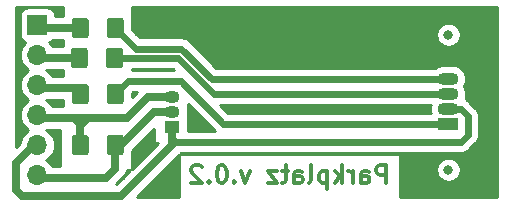
<source format=gbr>
G04 #@! TF.GenerationSoftware,KiCad,Pcbnew,(5.1.4)-1*
G04 #@! TF.CreationDate,2019-12-17T13:15:33+01:00*
G04 #@! TF.ProjectId,Parkplatz,5061726b-706c-4617-947a-2e6b69636164,rev?*
G04 #@! TF.SameCoordinates,Original*
G04 #@! TF.FileFunction,Copper,L2,Bot*
G04 #@! TF.FilePolarity,Positive*
%FSLAX46Y46*%
G04 Gerber Fmt 4.6, Leading zero omitted, Abs format (unit mm)*
G04 Created by KiCad (PCBNEW (5.1.4)-1) date 2019-12-17 13:15:33*
%MOMM*%
%LPD*%
G04 APERTURE LIST*
%ADD10C,0.300000*%
%ADD11R,1.800000X1.070000*%
%ADD12O,1.800000X1.070000*%
%ADD13C,0.100000*%
%ADD14C,1.425000*%
%ADD15R,1.700000X1.700000*%
%ADD16O,1.700000X1.700000*%
%ADD17O,1.300000X1.050000*%
%ADD18R,1.300000X1.050000*%
%ADD19C,0.800000*%
%ADD20C,0.600000*%
%ADD21C,0.700000*%
%ADD22C,0.254000*%
G04 APERTURE END LIST*
D10*
X176362285Y-105072571D02*
X176362285Y-103572571D01*
X175790857Y-103572571D01*
X175648000Y-103644000D01*
X175576571Y-103715428D01*
X175505142Y-103858285D01*
X175505142Y-104072571D01*
X175576571Y-104215428D01*
X175648000Y-104286857D01*
X175790857Y-104358285D01*
X176362285Y-104358285D01*
X174219428Y-105072571D02*
X174219428Y-104286857D01*
X174290857Y-104144000D01*
X174433714Y-104072571D01*
X174719428Y-104072571D01*
X174862285Y-104144000D01*
X174219428Y-105001142D02*
X174362285Y-105072571D01*
X174719428Y-105072571D01*
X174862285Y-105001142D01*
X174933714Y-104858285D01*
X174933714Y-104715428D01*
X174862285Y-104572571D01*
X174719428Y-104501142D01*
X174362285Y-104501142D01*
X174219428Y-104429714D01*
X173505142Y-105072571D02*
X173505142Y-104072571D01*
X173505142Y-104358285D02*
X173433714Y-104215428D01*
X173362285Y-104144000D01*
X173219428Y-104072571D01*
X173076571Y-104072571D01*
X172576571Y-105072571D02*
X172576571Y-103572571D01*
X172433714Y-104501142D02*
X172005142Y-105072571D01*
X172005142Y-104072571D02*
X172576571Y-104644000D01*
X171362285Y-104072571D02*
X171362285Y-105572571D01*
X171362285Y-104144000D02*
X171219428Y-104072571D01*
X170933714Y-104072571D01*
X170790857Y-104144000D01*
X170719428Y-104215428D01*
X170648000Y-104358285D01*
X170648000Y-104786857D01*
X170719428Y-104929714D01*
X170790857Y-105001142D01*
X170933714Y-105072571D01*
X171219428Y-105072571D01*
X171362285Y-105001142D01*
X169790857Y-105072571D02*
X169933714Y-105001142D01*
X170005142Y-104858285D01*
X170005142Y-103572571D01*
X168576571Y-105072571D02*
X168576571Y-104286857D01*
X168648000Y-104144000D01*
X168790857Y-104072571D01*
X169076571Y-104072571D01*
X169219428Y-104144000D01*
X168576571Y-105001142D02*
X168719428Y-105072571D01*
X169076571Y-105072571D01*
X169219428Y-105001142D01*
X169290857Y-104858285D01*
X169290857Y-104715428D01*
X169219428Y-104572571D01*
X169076571Y-104501142D01*
X168719428Y-104501142D01*
X168576571Y-104429714D01*
X168076571Y-104072571D02*
X167505142Y-104072571D01*
X167862285Y-103572571D02*
X167862285Y-104858285D01*
X167790857Y-105001142D01*
X167648000Y-105072571D01*
X167505142Y-105072571D01*
X167148000Y-104072571D02*
X166362285Y-104072571D01*
X167148000Y-105072571D01*
X166362285Y-105072571D01*
X164790857Y-104072571D02*
X164433714Y-105072571D01*
X164076571Y-104072571D01*
X163505142Y-104929714D02*
X163433714Y-105001142D01*
X163505142Y-105072571D01*
X163576571Y-105001142D01*
X163505142Y-104929714D01*
X163505142Y-105072571D01*
X162505142Y-103572571D02*
X162362285Y-103572571D01*
X162219428Y-103644000D01*
X162148000Y-103715428D01*
X162076571Y-103858285D01*
X162005142Y-104144000D01*
X162005142Y-104501142D01*
X162076571Y-104786857D01*
X162148000Y-104929714D01*
X162219428Y-105001142D01*
X162362285Y-105072571D01*
X162505142Y-105072571D01*
X162648000Y-105001142D01*
X162719428Y-104929714D01*
X162790857Y-104786857D01*
X162862285Y-104501142D01*
X162862285Y-104144000D01*
X162790857Y-103858285D01*
X162719428Y-103715428D01*
X162648000Y-103644000D01*
X162505142Y-103572571D01*
X161362285Y-104929714D02*
X161290857Y-105001142D01*
X161362285Y-105072571D01*
X161433714Y-105001142D01*
X161362285Y-104929714D01*
X161362285Y-105072571D01*
X160719428Y-103715428D02*
X160648000Y-103644000D01*
X160505142Y-103572571D01*
X160148000Y-103572571D01*
X160005142Y-103644000D01*
X159933714Y-103715428D01*
X159862285Y-103858285D01*
X159862285Y-104001142D01*
X159933714Y-104215428D01*
X160790857Y-105072571D01*
X159862285Y-105072571D01*
D11*
X181610000Y-100076000D03*
D12*
X181610000Y-98806000D03*
X181610000Y-97536000D03*
X181610000Y-96266000D03*
D13*
G36*
X150928004Y-91074204D02*
G01*
X150952273Y-91077804D01*
X150976071Y-91083765D01*
X150999171Y-91092030D01*
X151021349Y-91102520D01*
X151042393Y-91115133D01*
X151062098Y-91129747D01*
X151080277Y-91146223D01*
X151096753Y-91164402D01*
X151111367Y-91184107D01*
X151123980Y-91205151D01*
X151134470Y-91227329D01*
X151142735Y-91250429D01*
X151148696Y-91274227D01*
X151152296Y-91298496D01*
X151153500Y-91323000D01*
X151153500Y-92573000D01*
X151152296Y-92597504D01*
X151148696Y-92621773D01*
X151142735Y-92645571D01*
X151134470Y-92668671D01*
X151123980Y-92690849D01*
X151111367Y-92711893D01*
X151096753Y-92731598D01*
X151080277Y-92749777D01*
X151062098Y-92766253D01*
X151042393Y-92780867D01*
X151021349Y-92793480D01*
X150999171Y-92803970D01*
X150976071Y-92812235D01*
X150952273Y-92818196D01*
X150928004Y-92821796D01*
X150903500Y-92823000D01*
X149978500Y-92823000D01*
X149953996Y-92821796D01*
X149929727Y-92818196D01*
X149905929Y-92812235D01*
X149882829Y-92803970D01*
X149860651Y-92793480D01*
X149839607Y-92780867D01*
X149819902Y-92766253D01*
X149801723Y-92749777D01*
X149785247Y-92731598D01*
X149770633Y-92711893D01*
X149758020Y-92690849D01*
X149747530Y-92668671D01*
X149739265Y-92645571D01*
X149733304Y-92621773D01*
X149729704Y-92597504D01*
X149728500Y-92573000D01*
X149728500Y-91323000D01*
X149729704Y-91298496D01*
X149733304Y-91274227D01*
X149739265Y-91250429D01*
X149747530Y-91227329D01*
X149758020Y-91205151D01*
X149770633Y-91184107D01*
X149785247Y-91164402D01*
X149801723Y-91146223D01*
X149819902Y-91129747D01*
X149839607Y-91115133D01*
X149860651Y-91102520D01*
X149882829Y-91092030D01*
X149905929Y-91083765D01*
X149929727Y-91077804D01*
X149953996Y-91074204D01*
X149978500Y-91073000D01*
X150903500Y-91073000D01*
X150928004Y-91074204D01*
X150928004Y-91074204D01*
G37*
D14*
X150441000Y-91948000D03*
D13*
G36*
X153903004Y-91074204D02*
G01*
X153927273Y-91077804D01*
X153951071Y-91083765D01*
X153974171Y-91092030D01*
X153996349Y-91102520D01*
X154017393Y-91115133D01*
X154037098Y-91129747D01*
X154055277Y-91146223D01*
X154071753Y-91164402D01*
X154086367Y-91184107D01*
X154098980Y-91205151D01*
X154109470Y-91227329D01*
X154117735Y-91250429D01*
X154123696Y-91274227D01*
X154127296Y-91298496D01*
X154128500Y-91323000D01*
X154128500Y-92573000D01*
X154127296Y-92597504D01*
X154123696Y-92621773D01*
X154117735Y-92645571D01*
X154109470Y-92668671D01*
X154098980Y-92690849D01*
X154086367Y-92711893D01*
X154071753Y-92731598D01*
X154055277Y-92749777D01*
X154037098Y-92766253D01*
X154017393Y-92780867D01*
X153996349Y-92793480D01*
X153974171Y-92803970D01*
X153951071Y-92812235D01*
X153927273Y-92818196D01*
X153903004Y-92821796D01*
X153878500Y-92823000D01*
X152953500Y-92823000D01*
X152928996Y-92821796D01*
X152904727Y-92818196D01*
X152880929Y-92812235D01*
X152857829Y-92803970D01*
X152835651Y-92793480D01*
X152814607Y-92780867D01*
X152794902Y-92766253D01*
X152776723Y-92749777D01*
X152760247Y-92731598D01*
X152745633Y-92711893D01*
X152733020Y-92690849D01*
X152722530Y-92668671D01*
X152714265Y-92645571D01*
X152708304Y-92621773D01*
X152704704Y-92597504D01*
X152703500Y-92573000D01*
X152703500Y-91323000D01*
X152704704Y-91298496D01*
X152708304Y-91274227D01*
X152714265Y-91250429D01*
X152722530Y-91227329D01*
X152733020Y-91205151D01*
X152745633Y-91184107D01*
X152760247Y-91164402D01*
X152776723Y-91146223D01*
X152794902Y-91129747D01*
X152814607Y-91115133D01*
X152835651Y-91102520D01*
X152857829Y-91092030D01*
X152880929Y-91083765D01*
X152904727Y-91077804D01*
X152928996Y-91074204D01*
X152953500Y-91073000D01*
X153878500Y-91073000D01*
X153903004Y-91074204D01*
X153903004Y-91074204D01*
G37*
D14*
X153416000Y-91948000D03*
D13*
G36*
X153830004Y-93614204D02*
G01*
X153854273Y-93617804D01*
X153878071Y-93623765D01*
X153901171Y-93632030D01*
X153923349Y-93642520D01*
X153944393Y-93655133D01*
X153964098Y-93669747D01*
X153982277Y-93686223D01*
X153998753Y-93704402D01*
X154013367Y-93724107D01*
X154025980Y-93745151D01*
X154036470Y-93767329D01*
X154044735Y-93790429D01*
X154050696Y-93814227D01*
X154054296Y-93838496D01*
X154055500Y-93863000D01*
X154055500Y-95113000D01*
X154054296Y-95137504D01*
X154050696Y-95161773D01*
X154044735Y-95185571D01*
X154036470Y-95208671D01*
X154025980Y-95230849D01*
X154013367Y-95251893D01*
X153998753Y-95271598D01*
X153982277Y-95289777D01*
X153964098Y-95306253D01*
X153944393Y-95320867D01*
X153923349Y-95333480D01*
X153901171Y-95343970D01*
X153878071Y-95352235D01*
X153854273Y-95358196D01*
X153830004Y-95361796D01*
X153805500Y-95363000D01*
X152880500Y-95363000D01*
X152855996Y-95361796D01*
X152831727Y-95358196D01*
X152807929Y-95352235D01*
X152784829Y-95343970D01*
X152762651Y-95333480D01*
X152741607Y-95320867D01*
X152721902Y-95306253D01*
X152703723Y-95289777D01*
X152687247Y-95271598D01*
X152672633Y-95251893D01*
X152660020Y-95230849D01*
X152649530Y-95208671D01*
X152641265Y-95185571D01*
X152635304Y-95161773D01*
X152631704Y-95137504D01*
X152630500Y-95113000D01*
X152630500Y-93863000D01*
X152631704Y-93838496D01*
X152635304Y-93814227D01*
X152641265Y-93790429D01*
X152649530Y-93767329D01*
X152660020Y-93745151D01*
X152672633Y-93724107D01*
X152687247Y-93704402D01*
X152703723Y-93686223D01*
X152721902Y-93669747D01*
X152741607Y-93655133D01*
X152762651Y-93642520D01*
X152784829Y-93632030D01*
X152807929Y-93623765D01*
X152831727Y-93617804D01*
X152855996Y-93614204D01*
X152880500Y-93613000D01*
X153805500Y-93613000D01*
X153830004Y-93614204D01*
X153830004Y-93614204D01*
G37*
D14*
X153343000Y-94488000D03*
D13*
G36*
X150855004Y-93614204D02*
G01*
X150879273Y-93617804D01*
X150903071Y-93623765D01*
X150926171Y-93632030D01*
X150948349Y-93642520D01*
X150969393Y-93655133D01*
X150989098Y-93669747D01*
X151007277Y-93686223D01*
X151023753Y-93704402D01*
X151038367Y-93724107D01*
X151050980Y-93745151D01*
X151061470Y-93767329D01*
X151069735Y-93790429D01*
X151075696Y-93814227D01*
X151079296Y-93838496D01*
X151080500Y-93863000D01*
X151080500Y-95113000D01*
X151079296Y-95137504D01*
X151075696Y-95161773D01*
X151069735Y-95185571D01*
X151061470Y-95208671D01*
X151050980Y-95230849D01*
X151038367Y-95251893D01*
X151023753Y-95271598D01*
X151007277Y-95289777D01*
X150989098Y-95306253D01*
X150969393Y-95320867D01*
X150948349Y-95333480D01*
X150926171Y-95343970D01*
X150903071Y-95352235D01*
X150879273Y-95358196D01*
X150855004Y-95361796D01*
X150830500Y-95363000D01*
X149905500Y-95363000D01*
X149880996Y-95361796D01*
X149856727Y-95358196D01*
X149832929Y-95352235D01*
X149809829Y-95343970D01*
X149787651Y-95333480D01*
X149766607Y-95320867D01*
X149746902Y-95306253D01*
X149728723Y-95289777D01*
X149712247Y-95271598D01*
X149697633Y-95251893D01*
X149685020Y-95230849D01*
X149674530Y-95208671D01*
X149666265Y-95185571D01*
X149660304Y-95161773D01*
X149656704Y-95137504D01*
X149655500Y-95113000D01*
X149655500Y-93863000D01*
X149656704Y-93838496D01*
X149660304Y-93814227D01*
X149666265Y-93790429D01*
X149674530Y-93767329D01*
X149685020Y-93745151D01*
X149697633Y-93724107D01*
X149712247Y-93704402D01*
X149728723Y-93686223D01*
X149746902Y-93669747D01*
X149766607Y-93655133D01*
X149787651Y-93642520D01*
X149809829Y-93632030D01*
X149832929Y-93623765D01*
X149856727Y-93617804D01*
X149880996Y-93614204D01*
X149905500Y-93613000D01*
X150830500Y-93613000D01*
X150855004Y-93614204D01*
X150855004Y-93614204D01*
G37*
D14*
X150368000Y-94488000D03*
D13*
G36*
X150928004Y-96662204D02*
G01*
X150952273Y-96665804D01*
X150976071Y-96671765D01*
X150999171Y-96680030D01*
X151021349Y-96690520D01*
X151042393Y-96703133D01*
X151062098Y-96717747D01*
X151080277Y-96734223D01*
X151096753Y-96752402D01*
X151111367Y-96772107D01*
X151123980Y-96793151D01*
X151134470Y-96815329D01*
X151142735Y-96838429D01*
X151148696Y-96862227D01*
X151152296Y-96886496D01*
X151153500Y-96911000D01*
X151153500Y-98161000D01*
X151152296Y-98185504D01*
X151148696Y-98209773D01*
X151142735Y-98233571D01*
X151134470Y-98256671D01*
X151123980Y-98278849D01*
X151111367Y-98299893D01*
X151096753Y-98319598D01*
X151080277Y-98337777D01*
X151062098Y-98354253D01*
X151042393Y-98368867D01*
X151021349Y-98381480D01*
X150999171Y-98391970D01*
X150976071Y-98400235D01*
X150952273Y-98406196D01*
X150928004Y-98409796D01*
X150903500Y-98411000D01*
X149978500Y-98411000D01*
X149953996Y-98409796D01*
X149929727Y-98406196D01*
X149905929Y-98400235D01*
X149882829Y-98391970D01*
X149860651Y-98381480D01*
X149839607Y-98368867D01*
X149819902Y-98354253D01*
X149801723Y-98337777D01*
X149785247Y-98319598D01*
X149770633Y-98299893D01*
X149758020Y-98278849D01*
X149747530Y-98256671D01*
X149739265Y-98233571D01*
X149733304Y-98209773D01*
X149729704Y-98185504D01*
X149728500Y-98161000D01*
X149728500Y-96911000D01*
X149729704Y-96886496D01*
X149733304Y-96862227D01*
X149739265Y-96838429D01*
X149747530Y-96815329D01*
X149758020Y-96793151D01*
X149770633Y-96772107D01*
X149785247Y-96752402D01*
X149801723Y-96734223D01*
X149819902Y-96717747D01*
X149839607Y-96703133D01*
X149860651Y-96690520D01*
X149882829Y-96680030D01*
X149905929Y-96671765D01*
X149929727Y-96665804D01*
X149953996Y-96662204D01*
X149978500Y-96661000D01*
X150903500Y-96661000D01*
X150928004Y-96662204D01*
X150928004Y-96662204D01*
G37*
D14*
X150441000Y-97536000D03*
D13*
G36*
X153903004Y-96662204D02*
G01*
X153927273Y-96665804D01*
X153951071Y-96671765D01*
X153974171Y-96680030D01*
X153996349Y-96690520D01*
X154017393Y-96703133D01*
X154037098Y-96717747D01*
X154055277Y-96734223D01*
X154071753Y-96752402D01*
X154086367Y-96772107D01*
X154098980Y-96793151D01*
X154109470Y-96815329D01*
X154117735Y-96838429D01*
X154123696Y-96862227D01*
X154127296Y-96886496D01*
X154128500Y-96911000D01*
X154128500Y-98161000D01*
X154127296Y-98185504D01*
X154123696Y-98209773D01*
X154117735Y-98233571D01*
X154109470Y-98256671D01*
X154098980Y-98278849D01*
X154086367Y-98299893D01*
X154071753Y-98319598D01*
X154055277Y-98337777D01*
X154037098Y-98354253D01*
X154017393Y-98368867D01*
X153996349Y-98381480D01*
X153974171Y-98391970D01*
X153951071Y-98400235D01*
X153927273Y-98406196D01*
X153903004Y-98409796D01*
X153878500Y-98411000D01*
X152953500Y-98411000D01*
X152928996Y-98409796D01*
X152904727Y-98406196D01*
X152880929Y-98400235D01*
X152857829Y-98391970D01*
X152835651Y-98381480D01*
X152814607Y-98368867D01*
X152794902Y-98354253D01*
X152776723Y-98337777D01*
X152760247Y-98319598D01*
X152745633Y-98299893D01*
X152733020Y-98278849D01*
X152722530Y-98256671D01*
X152714265Y-98233571D01*
X152708304Y-98209773D01*
X152704704Y-98185504D01*
X152703500Y-98161000D01*
X152703500Y-96911000D01*
X152704704Y-96886496D01*
X152708304Y-96862227D01*
X152714265Y-96838429D01*
X152722530Y-96815329D01*
X152733020Y-96793151D01*
X152745633Y-96772107D01*
X152760247Y-96752402D01*
X152776723Y-96734223D01*
X152794902Y-96717747D01*
X152814607Y-96703133D01*
X152835651Y-96690520D01*
X152857829Y-96680030D01*
X152880929Y-96671765D01*
X152904727Y-96665804D01*
X152928996Y-96662204D01*
X152953500Y-96661000D01*
X153878500Y-96661000D01*
X153903004Y-96662204D01*
X153903004Y-96662204D01*
G37*
D14*
X153416000Y-97536000D03*
D13*
G36*
X150928004Y-100980204D02*
G01*
X150952273Y-100983804D01*
X150976071Y-100989765D01*
X150999171Y-100998030D01*
X151021349Y-101008520D01*
X151042393Y-101021133D01*
X151062098Y-101035747D01*
X151080277Y-101052223D01*
X151096753Y-101070402D01*
X151111367Y-101090107D01*
X151123980Y-101111151D01*
X151134470Y-101133329D01*
X151142735Y-101156429D01*
X151148696Y-101180227D01*
X151152296Y-101204496D01*
X151153500Y-101229000D01*
X151153500Y-102479000D01*
X151152296Y-102503504D01*
X151148696Y-102527773D01*
X151142735Y-102551571D01*
X151134470Y-102574671D01*
X151123980Y-102596849D01*
X151111367Y-102617893D01*
X151096753Y-102637598D01*
X151080277Y-102655777D01*
X151062098Y-102672253D01*
X151042393Y-102686867D01*
X151021349Y-102699480D01*
X150999171Y-102709970D01*
X150976071Y-102718235D01*
X150952273Y-102724196D01*
X150928004Y-102727796D01*
X150903500Y-102729000D01*
X149978500Y-102729000D01*
X149953996Y-102727796D01*
X149929727Y-102724196D01*
X149905929Y-102718235D01*
X149882829Y-102709970D01*
X149860651Y-102699480D01*
X149839607Y-102686867D01*
X149819902Y-102672253D01*
X149801723Y-102655777D01*
X149785247Y-102637598D01*
X149770633Y-102617893D01*
X149758020Y-102596849D01*
X149747530Y-102574671D01*
X149739265Y-102551571D01*
X149733304Y-102527773D01*
X149729704Y-102503504D01*
X149728500Y-102479000D01*
X149728500Y-101229000D01*
X149729704Y-101204496D01*
X149733304Y-101180227D01*
X149739265Y-101156429D01*
X149747530Y-101133329D01*
X149758020Y-101111151D01*
X149770633Y-101090107D01*
X149785247Y-101070402D01*
X149801723Y-101052223D01*
X149819902Y-101035747D01*
X149839607Y-101021133D01*
X149860651Y-101008520D01*
X149882829Y-100998030D01*
X149905929Y-100989765D01*
X149929727Y-100983804D01*
X149953996Y-100980204D01*
X149978500Y-100979000D01*
X150903500Y-100979000D01*
X150928004Y-100980204D01*
X150928004Y-100980204D01*
G37*
D14*
X150441000Y-101854000D03*
D13*
G36*
X153903004Y-100980204D02*
G01*
X153927273Y-100983804D01*
X153951071Y-100989765D01*
X153974171Y-100998030D01*
X153996349Y-101008520D01*
X154017393Y-101021133D01*
X154037098Y-101035747D01*
X154055277Y-101052223D01*
X154071753Y-101070402D01*
X154086367Y-101090107D01*
X154098980Y-101111151D01*
X154109470Y-101133329D01*
X154117735Y-101156429D01*
X154123696Y-101180227D01*
X154127296Y-101204496D01*
X154128500Y-101229000D01*
X154128500Y-102479000D01*
X154127296Y-102503504D01*
X154123696Y-102527773D01*
X154117735Y-102551571D01*
X154109470Y-102574671D01*
X154098980Y-102596849D01*
X154086367Y-102617893D01*
X154071753Y-102637598D01*
X154055277Y-102655777D01*
X154037098Y-102672253D01*
X154017393Y-102686867D01*
X153996349Y-102699480D01*
X153974171Y-102709970D01*
X153951071Y-102718235D01*
X153927273Y-102724196D01*
X153903004Y-102727796D01*
X153878500Y-102729000D01*
X152953500Y-102729000D01*
X152928996Y-102727796D01*
X152904727Y-102724196D01*
X152880929Y-102718235D01*
X152857829Y-102709970D01*
X152835651Y-102699480D01*
X152814607Y-102686867D01*
X152794902Y-102672253D01*
X152776723Y-102655777D01*
X152760247Y-102637598D01*
X152745633Y-102617893D01*
X152733020Y-102596849D01*
X152722530Y-102574671D01*
X152714265Y-102551571D01*
X152708304Y-102527773D01*
X152704704Y-102503504D01*
X152703500Y-102479000D01*
X152703500Y-101229000D01*
X152704704Y-101204496D01*
X152708304Y-101180227D01*
X152714265Y-101156429D01*
X152722530Y-101133329D01*
X152733020Y-101111151D01*
X152745633Y-101090107D01*
X152760247Y-101070402D01*
X152776723Y-101052223D01*
X152794902Y-101035747D01*
X152814607Y-101021133D01*
X152835651Y-101008520D01*
X152857829Y-100998030D01*
X152880929Y-100989765D01*
X152904727Y-100983804D01*
X152928996Y-100980204D01*
X152953500Y-100979000D01*
X153878500Y-100979000D01*
X153903004Y-100980204D01*
X153903004Y-100980204D01*
G37*
D14*
X153416000Y-101854000D03*
D15*
X146812000Y-91694000D03*
D16*
X146812000Y-94234000D03*
X146812000Y-96774000D03*
X146812000Y-99314000D03*
X146812000Y-101854000D03*
X146812000Y-104394000D03*
D17*
X158242000Y-99060000D03*
X158242000Y-97790000D03*
D18*
X158242000Y-100330000D03*
D19*
X181610000Y-92519500D03*
X181610000Y-103949500D03*
D20*
X181610000Y-100076000D02*
X162560000Y-100076000D01*
X162560000Y-100076000D02*
X158940500Y-96456500D01*
X154495500Y-96456500D02*
X153416000Y-97536000D01*
X158940500Y-96456500D02*
X154495500Y-96456500D01*
D21*
X146812000Y-102108000D02*
X146304000Y-102108000D01*
X146304000Y-102108000D02*
X145034000Y-103378000D01*
X145034000Y-103378000D02*
X145034000Y-105664000D01*
X145034000Y-105664000D02*
X145542000Y-106172000D01*
X145542000Y-106172000D02*
X153924000Y-106172000D01*
X153924000Y-106172000D02*
X158242000Y-101854000D01*
X158242000Y-101854000D02*
X158242000Y-101282500D01*
X158242000Y-101282500D02*
X158242000Y-100330000D01*
D20*
X181610000Y-98806000D02*
X182675002Y-98806000D01*
X182675002Y-98806000D02*
X183261000Y-99391998D01*
X183261000Y-99391998D02*
X183261000Y-101028500D01*
X183261000Y-101028500D02*
X182689500Y-101600000D01*
X158496000Y-101600000D02*
X158242000Y-101854000D01*
X182689500Y-101600000D02*
X158496000Y-101600000D01*
X158496000Y-101536500D02*
X158242000Y-101282500D01*
X158496000Y-101600000D02*
X158496000Y-101536500D01*
X158686500Y-94488000D02*
X153343000Y-94488000D01*
X181610000Y-97536000D02*
X161734500Y-97536000D01*
X161734500Y-97536000D02*
X158686500Y-94488000D01*
X153416000Y-91948000D02*
X155155990Y-93687990D01*
X161595884Y-96266000D02*
X181610000Y-96266000D01*
X155155990Y-93687990D02*
X159017874Y-93687990D01*
X159017874Y-93687990D02*
X161595884Y-96266000D01*
D21*
X149933000Y-91948000D02*
X150441000Y-91440000D01*
X146812000Y-91948000D02*
X149933000Y-91948000D01*
X146812000Y-94488000D02*
X150368000Y-94488000D01*
X149933000Y-97028000D02*
X150441000Y-97536000D01*
X146812000Y-97028000D02*
X149933000Y-97028000D01*
X146812000Y-99568000D02*
X149352000Y-99568000D01*
X156210000Y-97790000D02*
X158242000Y-97790000D01*
X154432000Y-99568000D02*
X156210000Y-97790000D01*
X150441000Y-99641000D02*
X150368000Y-99568000D01*
X149352000Y-99568000D02*
X150368000Y-99568000D01*
X149933000Y-99568000D02*
X150441000Y-100076000D01*
X149352000Y-99568000D02*
X149933000Y-99568000D01*
X150441000Y-101854000D02*
X150441000Y-100076000D01*
X150441000Y-100076000D02*
X150441000Y-99641000D01*
X151384000Y-99568000D02*
X154432000Y-99568000D01*
X150622000Y-100076000D02*
X151130000Y-99568000D01*
X150441000Y-100076000D02*
X150622000Y-100076000D01*
X150368000Y-99568000D02*
X151130000Y-99568000D01*
X151130000Y-99568000D02*
X151384000Y-99568000D01*
X153416000Y-101854000D02*
X153924000Y-101854000D01*
X156718000Y-99060000D02*
X158242000Y-99060000D01*
X153924000Y-101854000D02*
X156718000Y-99060000D01*
X152654000Y-104648000D02*
X153416000Y-103886000D01*
X153416000Y-103886000D02*
X153416000Y-101854000D01*
X146812000Y-104648000D02*
X152654000Y-104648000D01*
D22*
G36*
X158791572Y-106224000D02*
G01*
X155265000Y-106224000D01*
X158791572Y-102697428D01*
X158791572Y-106224000D01*
X158791572Y-106224000D01*
G37*
X158791572Y-106224000D02*
X155265000Y-106224000D01*
X158791572Y-102697428D01*
X158791572Y-106224000D01*
G36*
X185726000Y-106224000D02*
G01*
X177504429Y-106224000D01*
X177504429Y-103847561D01*
X180575000Y-103847561D01*
X180575000Y-104051439D01*
X180614774Y-104251398D01*
X180692795Y-104439756D01*
X180806063Y-104609274D01*
X180950226Y-104753437D01*
X181119744Y-104866705D01*
X181308102Y-104944726D01*
X181508061Y-104984500D01*
X181711939Y-104984500D01*
X181911898Y-104944726D01*
X182100256Y-104866705D01*
X182269774Y-104753437D01*
X182413937Y-104609274D01*
X182527205Y-104439756D01*
X182605226Y-104251398D01*
X182645000Y-104051439D01*
X182645000Y-103847561D01*
X182605226Y-103647602D01*
X182527205Y-103459244D01*
X182413937Y-103289726D01*
X182269774Y-103145563D01*
X182100256Y-103032295D01*
X181911898Y-102954274D01*
X181711939Y-102914500D01*
X181508061Y-102914500D01*
X181308102Y-102954274D01*
X181119744Y-103032295D01*
X180950226Y-103145563D01*
X180806063Y-103289726D01*
X180692795Y-103459244D01*
X180614774Y-103647602D01*
X180575000Y-103847561D01*
X177504429Y-103847561D01*
X177504429Y-102604000D01*
X158885000Y-102604000D01*
X158904284Y-102584716D01*
X158941870Y-102553870D01*
X158957356Y-102535000D01*
X182643568Y-102535000D01*
X182689500Y-102539524D01*
X182735432Y-102535000D01*
X182872792Y-102521471D01*
X183049040Y-102468007D01*
X183211472Y-102381186D01*
X183353844Y-102264344D01*
X183383130Y-102228659D01*
X183889659Y-101722130D01*
X183925344Y-101692844D01*
X184042186Y-101550472D01*
X184129007Y-101388040D01*
X184182471Y-101211792D01*
X184193560Y-101099209D01*
X184200524Y-101028501D01*
X184196000Y-100982569D01*
X184196000Y-99437929D01*
X184200524Y-99391997D01*
X184182471Y-99208705D01*
X184146801Y-99091117D01*
X184129007Y-99032458D01*
X184042186Y-98870026D01*
X183925344Y-98727654D01*
X183889660Y-98698369D01*
X183368632Y-98177341D01*
X183339346Y-98141656D01*
X183196974Y-98024814D01*
X183069960Y-97956924D01*
X183128071Y-97765360D01*
X183150661Y-97536000D01*
X183128071Y-97306640D01*
X183061169Y-97086094D01*
X182962234Y-96901000D01*
X183061169Y-96715906D01*
X183128071Y-96495360D01*
X183150661Y-96266000D01*
X183128071Y-96036640D01*
X183061169Y-95816094D01*
X182952526Y-95612838D01*
X182806318Y-95434682D01*
X182628162Y-95288474D01*
X182424906Y-95179831D01*
X182204360Y-95112929D01*
X182032477Y-95096000D01*
X181187523Y-95096000D01*
X181015640Y-95112929D01*
X180795094Y-95179831D01*
X180591838Y-95288474D01*
X180540020Y-95331000D01*
X161983173Y-95331000D01*
X159711504Y-93059331D01*
X159682218Y-93023646D01*
X159539846Y-92906804D01*
X159377414Y-92819983D01*
X159201166Y-92766519D01*
X159063806Y-92752990D01*
X159017874Y-92748466D01*
X158971942Y-92752990D01*
X155543280Y-92752990D01*
X155207851Y-92417561D01*
X180575000Y-92417561D01*
X180575000Y-92621439D01*
X180614774Y-92821398D01*
X180692795Y-93009756D01*
X180806063Y-93179274D01*
X180950226Y-93323437D01*
X181119744Y-93436705D01*
X181308102Y-93514726D01*
X181508061Y-93554500D01*
X181711939Y-93554500D01*
X181911898Y-93514726D01*
X182100256Y-93436705D01*
X182269774Y-93323437D01*
X182413937Y-93179274D01*
X182527205Y-93009756D01*
X182605226Y-92821398D01*
X182645000Y-92621439D01*
X182645000Y-92417561D01*
X182605226Y-92217602D01*
X182527205Y-92029244D01*
X182413937Y-91859726D01*
X182269774Y-91715563D01*
X182100256Y-91602295D01*
X181911898Y-91524274D01*
X181711939Y-91484500D01*
X181508061Y-91484500D01*
X181308102Y-91524274D01*
X181119744Y-91602295D01*
X180950226Y-91715563D01*
X180806063Y-91859726D01*
X180692795Y-92029244D01*
X180614774Y-92217602D01*
X180575000Y-92417561D01*
X155207851Y-92417561D01*
X154813000Y-92022711D01*
X154813000Y-90143000D01*
X185726001Y-90143000D01*
X185726000Y-106224000D01*
X185726000Y-106224000D01*
G37*
X185726000Y-106224000D02*
X177504429Y-106224000D01*
X177504429Y-103847561D01*
X180575000Y-103847561D01*
X180575000Y-104051439D01*
X180614774Y-104251398D01*
X180692795Y-104439756D01*
X180806063Y-104609274D01*
X180950226Y-104753437D01*
X181119744Y-104866705D01*
X181308102Y-104944726D01*
X181508061Y-104984500D01*
X181711939Y-104984500D01*
X181911898Y-104944726D01*
X182100256Y-104866705D01*
X182269774Y-104753437D01*
X182413937Y-104609274D01*
X182527205Y-104439756D01*
X182605226Y-104251398D01*
X182645000Y-104051439D01*
X182645000Y-103847561D01*
X182605226Y-103647602D01*
X182527205Y-103459244D01*
X182413937Y-103289726D01*
X182269774Y-103145563D01*
X182100256Y-103032295D01*
X181911898Y-102954274D01*
X181711939Y-102914500D01*
X181508061Y-102914500D01*
X181308102Y-102954274D01*
X181119744Y-103032295D01*
X180950226Y-103145563D01*
X180806063Y-103289726D01*
X180692795Y-103459244D01*
X180614774Y-103647602D01*
X180575000Y-103847561D01*
X177504429Y-103847561D01*
X177504429Y-102604000D01*
X158885000Y-102604000D01*
X158904284Y-102584716D01*
X158941870Y-102553870D01*
X158957356Y-102535000D01*
X182643568Y-102535000D01*
X182689500Y-102539524D01*
X182735432Y-102535000D01*
X182872792Y-102521471D01*
X183049040Y-102468007D01*
X183211472Y-102381186D01*
X183353844Y-102264344D01*
X183383130Y-102228659D01*
X183889659Y-101722130D01*
X183925344Y-101692844D01*
X184042186Y-101550472D01*
X184129007Y-101388040D01*
X184182471Y-101211792D01*
X184193560Y-101099209D01*
X184200524Y-101028501D01*
X184196000Y-100982569D01*
X184196000Y-99437929D01*
X184200524Y-99391997D01*
X184182471Y-99208705D01*
X184146801Y-99091117D01*
X184129007Y-99032458D01*
X184042186Y-98870026D01*
X183925344Y-98727654D01*
X183889660Y-98698369D01*
X183368632Y-98177341D01*
X183339346Y-98141656D01*
X183196974Y-98024814D01*
X183069960Y-97956924D01*
X183128071Y-97765360D01*
X183150661Y-97536000D01*
X183128071Y-97306640D01*
X183061169Y-97086094D01*
X182962234Y-96901000D01*
X183061169Y-96715906D01*
X183128071Y-96495360D01*
X183150661Y-96266000D01*
X183128071Y-96036640D01*
X183061169Y-95816094D01*
X182952526Y-95612838D01*
X182806318Y-95434682D01*
X182628162Y-95288474D01*
X182424906Y-95179831D01*
X182204360Y-95112929D01*
X182032477Y-95096000D01*
X181187523Y-95096000D01*
X181015640Y-95112929D01*
X180795094Y-95179831D01*
X180591838Y-95288474D01*
X180540020Y-95331000D01*
X161983173Y-95331000D01*
X159711504Y-93059331D01*
X159682218Y-93023646D01*
X159539846Y-92906804D01*
X159377414Y-92819983D01*
X159201166Y-92766519D01*
X159063806Y-92752990D01*
X159017874Y-92748466D01*
X158971942Y-92752990D01*
X155543280Y-92752990D01*
X155207851Y-92417561D01*
X180575000Y-92417561D01*
X180575000Y-92621439D01*
X180614774Y-92821398D01*
X180692795Y-93009756D01*
X180806063Y-93179274D01*
X180950226Y-93323437D01*
X181119744Y-93436705D01*
X181308102Y-93514726D01*
X181508061Y-93554500D01*
X181711939Y-93554500D01*
X181911898Y-93514726D01*
X182100256Y-93436705D01*
X182269774Y-93323437D01*
X182413937Y-93179274D01*
X182527205Y-93009756D01*
X182605226Y-92821398D01*
X182645000Y-92621439D01*
X182645000Y-92417561D01*
X182605226Y-92217602D01*
X182527205Y-92029244D01*
X182413937Y-91859726D01*
X182269774Y-91715563D01*
X182100256Y-91602295D01*
X181911898Y-91524274D01*
X181711939Y-91484500D01*
X181508061Y-91484500D01*
X181308102Y-91524274D01*
X181119744Y-91602295D01*
X180950226Y-91715563D01*
X180806063Y-91859726D01*
X180692795Y-92029244D01*
X180614774Y-92217602D01*
X180575000Y-92417561D01*
X155207851Y-92417561D01*
X154813000Y-92022711D01*
X154813000Y-90143000D01*
X185726001Y-90143000D01*
X185726000Y-106224000D01*
G36*
X153516000Y-105187000D02*
G01*
X153508000Y-105187000D01*
X154078289Y-104616712D01*
X154115870Y-104585870D01*
X154238960Y-104435884D01*
X154330424Y-104264767D01*
X154386747Y-104079094D01*
X154393257Y-104013000D01*
X154686000Y-104013000D01*
X154690437Y-104012563D01*
X153516000Y-105187000D01*
X153516000Y-105187000D01*
G37*
X153516000Y-105187000D02*
X153508000Y-105187000D01*
X154078289Y-104616712D01*
X154115870Y-104585870D01*
X154238960Y-104435884D01*
X154330424Y-104264767D01*
X154386747Y-104079094D01*
X154393257Y-104013000D01*
X154686000Y-104013000D01*
X154690437Y-104012563D01*
X153516000Y-105187000D01*
G36*
X156654510Y-101534893D02*
G01*
X156656940Y-101561276D01*
X156664167Y-101585101D01*
X156675903Y-101607057D01*
X156691697Y-101626303D01*
X156710943Y-101642097D01*
X156732899Y-101653833D01*
X156756724Y-101661060D01*
X156781500Y-101663500D01*
X157039500Y-101663500D01*
X154812563Y-103890437D01*
X154813000Y-103886000D01*
X154813000Y-102358000D01*
X156667566Y-100503434D01*
X156654510Y-101534893D01*
X156654510Y-101534893D01*
G37*
X156654510Y-101534893D02*
X156656940Y-101561276D01*
X156664167Y-101585101D01*
X156675903Y-101607057D01*
X156691697Y-101626303D01*
X156710943Y-101642097D01*
X156732899Y-101653833D01*
X156756724Y-101661060D01*
X156781500Y-101663500D01*
X157039500Y-101663500D01*
X154812563Y-103890437D01*
X154813000Y-103886000D01*
X154813000Y-102358000D01*
X156667566Y-100503434D01*
X156654510Y-101534893D01*
G36*
X148717000Y-103663000D02*
G01*
X148105096Y-103663000D01*
X148052706Y-103564986D01*
X147867134Y-103338866D01*
X147641014Y-103153294D01*
X147586209Y-103124000D01*
X147641014Y-103094706D01*
X147867134Y-102909134D01*
X148052706Y-102683014D01*
X148190599Y-102425034D01*
X148275513Y-102145111D01*
X148304185Y-101854000D01*
X148275513Y-101562889D01*
X148190599Y-101282966D01*
X148052706Y-101024986D01*
X147867134Y-100798866D01*
X147641014Y-100613294D01*
X147586209Y-100584000D01*
X147641014Y-100554706D01*
X147643093Y-100553000D01*
X148717000Y-100553000D01*
X148717000Y-103663000D01*
X148717000Y-103663000D01*
G37*
X148717000Y-103663000D02*
X148105096Y-103663000D01*
X148052706Y-103564986D01*
X147867134Y-103338866D01*
X147641014Y-103153294D01*
X147586209Y-103124000D01*
X147641014Y-103094706D01*
X147867134Y-102909134D01*
X148052706Y-102683014D01*
X148190599Y-102425034D01*
X148275513Y-102145111D01*
X148304185Y-101854000D01*
X148275513Y-101562889D01*
X148190599Y-101282966D01*
X148052706Y-101024986D01*
X147867134Y-100798866D01*
X147641014Y-100613294D01*
X147586209Y-100584000D01*
X147641014Y-100554706D01*
X147643093Y-100553000D01*
X148717000Y-100553000D01*
X148717000Y-103663000D01*
G36*
X148971000Y-90963000D02*
G01*
X148300072Y-90963000D01*
X148300072Y-90844000D01*
X148287812Y-90719518D01*
X148251502Y-90599820D01*
X148192537Y-90489506D01*
X148113185Y-90392815D01*
X148016494Y-90313463D01*
X147906180Y-90254498D01*
X147786482Y-90218188D01*
X147662000Y-90205928D01*
X145962000Y-90205928D01*
X145837518Y-90218188D01*
X145717820Y-90254498D01*
X145607506Y-90313463D01*
X145510815Y-90392815D01*
X145431463Y-90489506D01*
X145372498Y-90599820D01*
X145336188Y-90719518D01*
X145323928Y-90844000D01*
X145323928Y-92544000D01*
X145336188Y-92668482D01*
X145372498Y-92788180D01*
X145431463Y-92898494D01*
X145510815Y-92995185D01*
X145607506Y-93074537D01*
X145717820Y-93133502D01*
X145786687Y-93154393D01*
X145756866Y-93178866D01*
X145571294Y-93404986D01*
X145433401Y-93662966D01*
X145348487Y-93942889D01*
X145319815Y-94234000D01*
X145348487Y-94525111D01*
X145433401Y-94805034D01*
X145571294Y-95063014D01*
X145756866Y-95289134D01*
X145982986Y-95474706D01*
X146037791Y-95504000D01*
X145982986Y-95533294D01*
X145756866Y-95718866D01*
X145571294Y-95944986D01*
X145433401Y-96202966D01*
X145348487Y-96482889D01*
X145319815Y-96774000D01*
X145348487Y-97065111D01*
X145433401Y-97345034D01*
X145571294Y-97603014D01*
X145756866Y-97829134D01*
X145982986Y-98014706D01*
X146037791Y-98044000D01*
X145982986Y-98073294D01*
X145756866Y-98258866D01*
X145571294Y-98484986D01*
X145433401Y-98742966D01*
X145348487Y-99022889D01*
X145319815Y-99314000D01*
X145348487Y-99605111D01*
X145433401Y-99885034D01*
X145571294Y-100143014D01*
X145756866Y-100369134D01*
X145982986Y-100554706D01*
X146037791Y-100584000D01*
X145982986Y-100613294D01*
X145756866Y-100798866D01*
X145571294Y-101024986D01*
X145433401Y-101282966D01*
X145348487Y-101562889D01*
X145336729Y-101682271D01*
X144982000Y-102037000D01*
X144982000Y-90143000D01*
X148971000Y-90143000D01*
X148971000Y-90963000D01*
X148971000Y-90963000D01*
G37*
X148971000Y-90963000D02*
X148300072Y-90963000D01*
X148300072Y-90844000D01*
X148287812Y-90719518D01*
X148251502Y-90599820D01*
X148192537Y-90489506D01*
X148113185Y-90392815D01*
X148016494Y-90313463D01*
X147906180Y-90254498D01*
X147786482Y-90218188D01*
X147662000Y-90205928D01*
X145962000Y-90205928D01*
X145837518Y-90218188D01*
X145717820Y-90254498D01*
X145607506Y-90313463D01*
X145510815Y-90392815D01*
X145431463Y-90489506D01*
X145372498Y-90599820D01*
X145336188Y-90719518D01*
X145323928Y-90844000D01*
X145323928Y-92544000D01*
X145336188Y-92668482D01*
X145372498Y-92788180D01*
X145431463Y-92898494D01*
X145510815Y-92995185D01*
X145607506Y-93074537D01*
X145717820Y-93133502D01*
X145786687Y-93154393D01*
X145756866Y-93178866D01*
X145571294Y-93404986D01*
X145433401Y-93662966D01*
X145348487Y-93942889D01*
X145319815Y-94234000D01*
X145348487Y-94525111D01*
X145433401Y-94805034D01*
X145571294Y-95063014D01*
X145756866Y-95289134D01*
X145982986Y-95474706D01*
X146037791Y-95504000D01*
X145982986Y-95533294D01*
X145756866Y-95718866D01*
X145571294Y-95944986D01*
X145433401Y-96202966D01*
X145348487Y-96482889D01*
X145319815Y-96774000D01*
X145348487Y-97065111D01*
X145433401Y-97345034D01*
X145571294Y-97603014D01*
X145756866Y-97829134D01*
X145982986Y-98014706D01*
X146037791Y-98044000D01*
X145982986Y-98073294D01*
X145756866Y-98258866D01*
X145571294Y-98484986D01*
X145433401Y-98742966D01*
X145348487Y-99022889D01*
X145319815Y-99314000D01*
X145348487Y-99605111D01*
X145433401Y-99885034D01*
X145571294Y-100143014D01*
X145756866Y-100369134D01*
X145982986Y-100554706D01*
X146037791Y-100584000D01*
X145982986Y-100613294D01*
X145756866Y-100798866D01*
X145571294Y-101024986D01*
X145433401Y-101282966D01*
X145348487Y-101562889D01*
X145336729Y-101682271D01*
X144982000Y-102037000D01*
X144982000Y-90143000D01*
X148971000Y-90143000D01*
X148971000Y-90963000D01*
G36*
X161826710Y-100665000D02*
G01*
X159575500Y-100665000D01*
X159575500Y-98413789D01*
X161826710Y-100665000D01*
X161826710Y-100665000D01*
G37*
X161826710Y-100665000D02*
X159575500Y-100665000D01*
X159575500Y-98413789D01*
X161826710Y-100665000D01*
G36*
X180091929Y-98576640D02*
G01*
X180069339Y-98806000D01*
X180091929Y-99035360D01*
X180123975Y-99141000D01*
X162947290Y-99141000D01*
X162277290Y-98471000D01*
X180123975Y-98471000D01*
X180091929Y-98576640D01*
X180091929Y-98576640D01*
G37*
X180091929Y-98576640D02*
X180069339Y-98806000D01*
X180091929Y-99035360D01*
X180123975Y-99141000D01*
X162947290Y-99141000D01*
X162277290Y-98471000D01*
X180123975Y-98471000D01*
X180091929Y-98576640D01*
G36*
X148971000Y-98583000D02*
G01*
X148105096Y-98583000D01*
X148052706Y-98484986D01*
X147867134Y-98258866D01*
X147641014Y-98073294D01*
X147586209Y-98044000D01*
X147641014Y-98014706D01*
X147643093Y-98013000D01*
X148971000Y-98013000D01*
X148971000Y-98583000D01*
X148971000Y-98583000D01*
G37*
X148971000Y-98583000D02*
X148105096Y-98583000D01*
X148052706Y-98484986D01*
X147867134Y-98258866D01*
X147641014Y-98073294D01*
X147586209Y-98044000D01*
X147641014Y-98014706D01*
X147643093Y-98013000D01*
X148971000Y-98013000D01*
X148971000Y-98583000D01*
G36*
X154813000Y-97793999D02*
G01*
X154813000Y-97461289D01*
X154882789Y-97391500D01*
X155215499Y-97391500D01*
X154813000Y-97793999D01*
X154813000Y-97793999D01*
G37*
X154813000Y-97793999D02*
X154813000Y-97461289D01*
X154882789Y-97391500D01*
X155215499Y-97391500D01*
X154813000Y-97793999D01*
G36*
X148971000Y-96043000D02*
G01*
X148105096Y-96043000D01*
X148052706Y-95944986D01*
X147867134Y-95718866D01*
X147641014Y-95533294D01*
X147586209Y-95504000D01*
X147641014Y-95474706D01*
X147643093Y-95473000D01*
X148971000Y-95473000D01*
X148971000Y-96043000D01*
X148971000Y-96043000D01*
G37*
X148971000Y-96043000D02*
X148105096Y-96043000D01*
X148052706Y-95944986D01*
X147867134Y-95718866D01*
X147641014Y-95533294D01*
X147586209Y-95504000D01*
X147641014Y-95474706D01*
X147643093Y-95473000D01*
X148971000Y-95473000D01*
X148971000Y-96043000D01*
G36*
X158397711Y-95521500D02*
G01*
X154813000Y-95521500D01*
X154813000Y-95423000D01*
X158299211Y-95423000D01*
X158397711Y-95521500D01*
X158397711Y-95521500D01*
G37*
X158397711Y-95521500D02*
X154813000Y-95521500D01*
X154813000Y-95423000D01*
X158299211Y-95423000D01*
X158397711Y-95521500D01*
G36*
X148971000Y-93503000D02*
G01*
X148105096Y-93503000D01*
X148052706Y-93404986D01*
X147867134Y-93178866D01*
X147837313Y-93154393D01*
X147906180Y-93133502D01*
X148016494Y-93074537D01*
X148113185Y-92995185D01*
X148164219Y-92933000D01*
X148971000Y-92933000D01*
X148971000Y-93503000D01*
X148971000Y-93503000D01*
G37*
X148971000Y-93503000D02*
X148105096Y-93503000D01*
X148052706Y-93404986D01*
X147867134Y-93178866D01*
X147837313Y-93154393D01*
X147906180Y-93133502D01*
X148016494Y-93074537D01*
X148113185Y-92995185D01*
X148164219Y-92933000D01*
X148971000Y-92933000D01*
X148971000Y-93503000D01*
M02*

</source>
